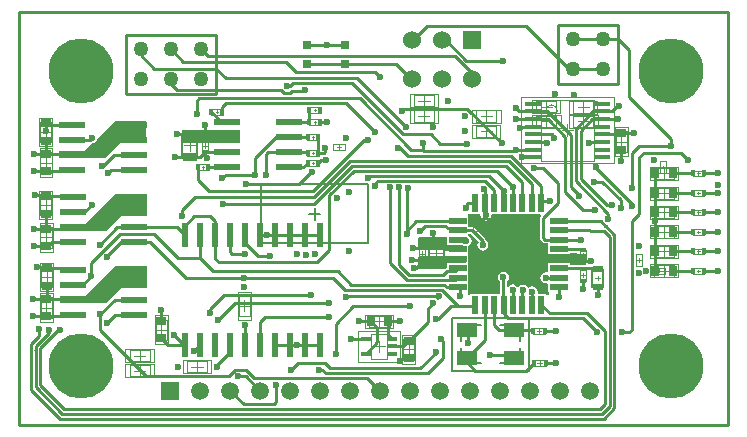
<source format=gtl>
G04*
G04 #@! TF.GenerationSoftware,Altium Limited,Altium Designer,18.0.12 (696)*
G04*
G04 Layer_Physical_Order=1*
G04 Layer_Color=255*
%FSLAX44Y44*%
%MOMM*%
G71*
G01*
G75*
%ADD14C,0.2540*%
%ADD15C,0.2000*%
%ADD19C,0.1270*%
%ADD20C,0.1000*%
%ADD21C,0.0500*%
%ADD22R,1.3000X0.8000*%
%ADD23R,0.6000X0.4500*%
%ADD24R,0.4000X0.6000*%
%ADD25R,1.8000X1.2000*%
%ADD26R,2.2000X0.6000*%
%ADD27R,0.7000X0.9000*%
%ADD28R,1.5000X0.5500*%
%ADD29R,0.5500X1.5000*%
%ADD30R,0.9000X0.5000*%
%ADD31R,0.4500X0.6000*%
%ADD32R,0.9000X0.8000*%
%ADD33R,0.8000X0.9000*%
%ADD34R,0.9000X0.7000*%
%ADD35R,0.8500X0.4000*%
%ADD36R,1.4000X0.4500*%
%ADD37R,0.7000X0.7500*%
%ADD38R,0.6000X2.0000*%
%ADD59R,1.5000X1.5000*%
%ADD60C,1.5000*%
%ADD61C,1.2700*%
%ADD62C,1.5240*%
%ADD63R,1.5240X1.5240*%
%ADD64C,5.5000*%
%ADD65C,0.6000*%
G36*
X233180Y253840D02*
X222198D01*
Y258759D01*
X233180D01*
Y253840D01*
D02*
G37*
G36*
X182180D02*
X171085D01*
Y258806D01*
X182180D01*
Y253840D01*
D02*
G37*
G36*
X50704Y251804D02*
X39609D01*
Y256770D01*
X50704D01*
Y251804D01*
D02*
G37*
G36*
X233180Y241140D02*
X222216D01*
Y246056D01*
X233180D01*
Y241140D01*
D02*
G37*
G36*
X50704Y239104D02*
X39620D01*
Y244028D01*
X50704D01*
Y239104D01*
D02*
G37*
G36*
X186944Y238817D02*
X138821Y238761D01*
X137922Y239659D01*
Y249936D01*
X138027Y250190D01*
X186944D01*
Y238817D01*
D02*
G37*
G36*
X233180Y228440D02*
X222227D01*
Y233331D01*
X233180D01*
Y228440D01*
D02*
G37*
G36*
X182180D02*
X171150D01*
Y233336D01*
X182180D01*
Y228440D01*
D02*
G37*
G36*
X101704Y226404D02*
X90751D01*
Y231295D01*
X101704D01*
Y226404D01*
D02*
G37*
G36*
X107696Y257048D02*
Y238760D01*
X85852D01*
X72898Y225806D01*
X33782D01*
Y231648D01*
X55118D01*
X62051Y238581D01*
X63233Y238817D01*
X64730Y239816D01*
X65729Y241313D01*
X65965Y242495D01*
X80772Y257302D01*
X107442D01*
X107696Y257048D01*
D02*
G37*
G36*
X233180Y215740D02*
X222219D01*
Y220607D01*
X233180D01*
Y215740D01*
D02*
G37*
G36*
X182180D02*
X171150D01*
Y220624D01*
X182180D01*
Y215740D01*
D02*
G37*
G36*
X101704Y213704D02*
X90743D01*
Y218571D01*
X101704D01*
Y213704D01*
D02*
G37*
G36*
X50704D02*
X39674D01*
Y218588D01*
X50704D01*
Y213704D01*
D02*
G37*
G36*
X51212Y190336D02*
X40117D01*
Y195302D01*
X51212D01*
Y190336D01*
D02*
G37*
G36*
Y177636D02*
X40128D01*
Y182560D01*
X51212D01*
Y177636D01*
D02*
G37*
G36*
X441547Y177135D02*
X441395Y176983D01*
X440778Y176059D01*
X440561Y174968D01*
X440561Y174968D01*
Y158553D01*
X440561Y158553D01*
X440778Y157462D01*
X441395Y156538D01*
X443168Y154766D01*
X443168Y154766D01*
X444092Y154148D01*
X445182Y153931D01*
X445182Y153931D01*
X447996D01*
Y144506D01*
X466044D01*
Y144780D01*
Y145931D01*
X472412D01*
Y144780D01*
Y144736D01*
X480060D01*
Y135890D01*
X466044D01*
Y136472D01*
Y137054D01*
X447996D01*
Y130133D01*
X447972Y130084D01*
X446726Y129189D01*
X445704Y129393D01*
X443939Y129042D01*
X442442Y128042D01*
X441442Y126545D01*
X441091Y124780D01*
X441442Y123015D01*
X442442Y121518D01*
X443939Y120519D01*
X445704Y120167D01*
X446726Y120371D01*
X447972Y119476D01*
X447996Y119427D01*
Y112506D01*
X448578D01*
Y110661D01*
X448153Y110236D01*
X446294D01*
Y110804D01*
X439855D01*
X438813Y112074D01*
X438953Y112776D01*
X438601Y114541D01*
X437602Y116038D01*
X436105Y117037D01*
X434340Y117389D01*
X432575Y117037D01*
X432000Y116653D01*
X431035Y116096D01*
X430372Y116977D01*
X429982Y117562D01*
X428485Y118561D01*
X426720Y118913D01*
X424955Y118561D01*
X423458Y117562D01*
X422959Y116814D01*
X421448Y116840D01*
X420889Y117677D01*
X419392Y118677D01*
X417627Y119028D01*
X415862Y118677D01*
X414366Y117677D01*
X414075Y117241D01*
X412805Y117627D01*
Y121685D01*
X413218Y121960D01*
X414217Y123457D01*
X414569Y125222D01*
X414217Y126987D01*
X413218Y128484D01*
X411721Y129483D01*
X409956Y129835D01*
X408191Y129483D01*
X406694Y128484D01*
X405695Y126987D01*
X405343Y125222D01*
X405695Y123457D01*
X406694Y121960D01*
X407107Y121685D01*
Y110804D01*
X381746D01*
Y110236D01*
X379730D01*
Y112506D01*
X380044D01*
Y120506D01*
Y128506D01*
Y137054D01*
X379730D01*
Y144506D01*
X380044D01*
Y151748D01*
X380270Y151792D01*
X381766Y152792D01*
X382766Y154289D01*
X383117Y156054D01*
X382766Y157819D01*
X381766Y159316D01*
X380270Y160315D01*
X380044Y160360D01*
Y161931D01*
X382426D01*
X388979Y155378D01*
X388168Y154165D01*
X387817Y152400D01*
X388168Y150635D01*
X389168Y149138D01*
X390665Y148139D01*
X392430Y147787D01*
X394195Y148139D01*
X395692Y149138D01*
X396692Y150635D01*
X397043Y152400D01*
X396692Y154165D01*
X395692Y155662D01*
X395279Y155938D01*
Y155956D01*
X395279Y155956D01*
X395062Y157046D01*
X394444Y157970D01*
X394444Y157970D01*
X385620Y166794D01*
X384696Y167412D01*
X383606Y167629D01*
X383606Y167629D01*
X380044D01*
Y177054D01*
X380044D01*
X380083Y178308D01*
X389732D01*
X390357Y177546D01*
X390709Y175781D01*
X391708Y174284D01*
X393205Y173284D01*
X394970Y172933D01*
X396735Y173284D01*
X398232Y174284D01*
X399231Y175781D01*
X399583Y177546D01*
X400208Y178308D01*
X441061D01*
X441547Y177135D01*
D02*
G37*
G36*
X102212Y164936D02*
X91259D01*
Y169827D01*
X102212D01*
Y164936D01*
D02*
G37*
G36*
X108204Y195646D02*
Y177358D01*
X86360D01*
X73406Y164404D01*
X34290D01*
Y170246D01*
X55626D01*
X81280Y195900D01*
X107950D01*
X108204Y195646D01*
D02*
G37*
G36*
X102212Y152236D02*
X91251D01*
Y157103D01*
X102212D01*
Y152236D01*
D02*
G37*
G36*
X51212D02*
X40182D01*
Y157120D01*
X51212D01*
Y152236D01*
D02*
G37*
G36*
X346456Y159004D02*
X361996D01*
Y152506D01*
X375672D01*
X376740Y151792D01*
X377743Y151593D01*
X378206Y151130D01*
Y148139D01*
X337877D01*
X337820Y148162D01*
Y158347D01*
X338731Y159231D01*
X346456Y159004D01*
D02*
G37*
G36*
X378460Y137054D02*
X361996D01*
Y133100D01*
X361273Y132956D01*
X360348Y132338D01*
X360348Y132338D01*
X360344Y132334D01*
X337820D01*
X337820Y141986D01*
X338985Y143256D01*
X378460D01*
Y137054D01*
D02*
G37*
G36*
X51356Y129204D02*
X40261D01*
Y134170D01*
X51356D01*
Y129204D01*
D02*
G37*
G36*
Y116504D02*
X40272D01*
Y121428D01*
X51356D01*
Y116504D01*
D02*
G37*
G36*
X102356Y103804D02*
X91403D01*
Y108695D01*
X102356D01*
Y103804D01*
D02*
G37*
G36*
X108204Y134278D02*
Y115990D01*
X86360D01*
X73406Y103036D01*
X34290D01*
Y108878D01*
X55626D01*
X81280Y134532D01*
X107950D01*
X108204Y134278D01*
D02*
G37*
G36*
X102356Y91104D02*
X91395D01*
Y95971D01*
X102356D01*
Y91104D01*
D02*
G37*
G36*
X51356D02*
X40326D01*
Y95988D01*
X51356D01*
Y91104D01*
D02*
G37*
D14*
X292195Y241554D02*
X294894D01*
X248761Y198120D02*
X292195Y241554D01*
X246806Y214472D02*
X247820D01*
X262382Y148270D02*
Y194405D01*
X283273Y215296D01*
X249682Y187452D02*
X281590Y219360D01*
X249682Y193294D02*
X279812Y223424D01*
X283273Y215296D02*
X404464D01*
X281590Y219360D02*
X412338D01*
X279812Y223424D02*
X414878D01*
X160274Y198120D02*
X248761D01*
X203708Y160818D02*
X210094D01*
X216408D01*
X371742Y101018D02*
X386274D01*
X97358Y155935D02*
X108017Y154686D01*
X86106D02*
X97062Y155970D01*
X97358Y155935D01*
X425128Y226754D02*
X434602D01*
X360991Y168608D02*
X362363Y167236D01*
X339344Y164338D02*
X343614Y168608D01*
X360991D01*
X350520Y157836D02*
Y162814D01*
Y157836D02*
X353060Y155296D01*
X152496Y277114D02*
X152702Y276908D01*
X150114Y274732D02*
X152496Y277114D01*
X288242Y276908D02*
X331896Y233254D01*
X276860Y272796D02*
X301244Y248412D01*
X175006Y272796D02*
X276860D01*
X171632Y269422D02*
X175006Y272796D01*
X221878Y283516D02*
X224422Y280972D01*
X301168Y298704D02*
X304978Y294894D01*
X234696Y298704D02*
X301168D01*
X225806Y307594D02*
X234696Y298704D01*
X138556Y307594D02*
X225806D01*
X174752Y293624D02*
X286258D01*
X166572Y301804D02*
X174752Y293624D01*
X114248Y301804D02*
X166572D01*
X102690Y313362D02*
X114248Y301804D01*
X128090Y318060D02*
X138556Y307594D01*
X128090Y288724D02*
Y292660D01*
Y288724D02*
X133298Y283516D01*
X221878D01*
X224422Y280972D02*
X229222D01*
X230952Y282702D01*
X240792D01*
X241808Y283718D01*
X152702Y276908D02*
X288242D01*
X150114Y263652D02*
Y274732D01*
X226822Y286766D02*
X229362D01*
X232156Y289560D01*
X281337D01*
X324771Y246126D01*
X286258Y293624D02*
X327660Y252222D01*
X240360Y218190D02*
X244166Y221996D01*
X228180Y218190D02*
X240360D01*
X236804Y204470D02*
X246806Y214472D01*
X327992Y164670D02*
Y198744D01*
Y162130D02*
Y164670D01*
X327660Y199076D02*
X327992Y198744D01*
Y164670D02*
X336296Y172974D01*
X269494Y130302D02*
X281178Y118618D01*
X163830Y130302D02*
X269494D01*
X152908Y141224D02*
X163830Y130302D01*
X265701Y124460D02*
X275607Y114554D01*
X352740D01*
X110744Y154686D02*
X140970Y124460D01*
X190246D01*
X265701D01*
X171632Y265430D02*
Y269422D01*
X132080Y226822D02*
X143866D01*
X144272Y227228D01*
X323850Y265938D02*
X325628Y267716D01*
X379288D01*
X408432Y238572D01*
Y238563D02*
Y238572D01*
X348469Y246126D02*
X356597Y237998D01*
X324771Y246126D02*
X348469D01*
X341884Y233254D02*
Y238506D01*
X356597Y237998D02*
X379476D01*
X320802Y234442D02*
X322072D01*
X342934Y232204D02*
X419746D01*
X329026Y227488D02*
X416561D01*
X412338Y219360D02*
X426020Y205678D01*
X404464Y215296D02*
X418020Y201740D01*
X397581Y211026D02*
X410020Y198587D01*
X296878Y211026D02*
X397581D01*
X425128Y226754D02*
X425314Y226568D01*
X421592Y216710D02*
X434020Y204282D01*
X421231Y216710D02*
X421592D01*
X415456Y222485D02*
X421231Y216710D01*
X415456Y222485D02*
Y222846D01*
X414878Y223424D02*
X415456Y222846D01*
X423275Y220774D02*
X442020Y202029D01*
X422914Y220774D02*
X423275D01*
X419520Y224168D02*
X422914Y220774D01*
X419520Y224168D02*
Y224529D01*
X416561Y227488D02*
X419520Y224529D01*
X393293Y199644D02*
Y200883D01*
Y199644D02*
X394020Y198917D01*
X303736Y206962D02*
X394169D01*
X301498Y204724D02*
X303736Y206962D01*
X394169D02*
X402020Y199111D01*
X560070Y230632D02*
X566166Y224536D01*
X528545Y230632D02*
X560070D01*
X525018Y227105D02*
X528545Y230632D01*
X525018Y236474D02*
X552196D01*
X518716Y230172D02*
X525018Y236474D01*
Y179082D02*
Y227105D01*
X518716Y172780D02*
X525018Y179082D01*
X518716Y200406D02*
Y230172D01*
X509644Y223909D02*
Y233008D01*
X346456Y44196D02*
X358902Y56642D01*
X259334Y44196D02*
X346456D01*
X358902Y56642D02*
Y71120D01*
X256540Y46990D02*
X259334Y44196D01*
X263464Y48260D02*
X339598D01*
X258940Y52784D02*
X263464Y48260D01*
X339598D02*
X352552Y61214D01*
X322580Y54102D02*
X324986Y56508D01*
X329692D01*
X292892Y72644D02*
X293296Y73048D01*
X281178Y72644D02*
X292892D01*
X207772Y91694D02*
X262128D01*
X203708Y87630D02*
X207772Y91694D01*
X203708Y67818D02*
Y87630D01*
X287274Y87884D02*
X297800D01*
X311800D02*
X322072D01*
X168862Y137716D02*
X251828D01*
X165608Y140970D02*
X168862Y137716D01*
X201930Y143510D02*
X212503D01*
X191008Y154432D02*
X201930Y143510D01*
X244162Y230890D02*
X244674Y230378D01*
X203672Y160782D02*
X203708Y160818D01*
X251828Y137716D02*
X262382Y148270D01*
X165608Y140970D02*
Y160818D01*
X172974Y187452D02*
X249682D01*
X148590Y193294D02*
X249682D01*
X172720Y187198D02*
X172974Y187452D01*
X235204Y67818D02*
X241808D01*
X229108D02*
X235204D01*
X241808D02*
X254508D01*
X216408D02*
X229108D01*
X178800Y28851D02*
X190030Y17621D01*
X215233D01*
X477618Y139192D02*
X483870D01*
X476936Y138510D02*
X477618Y139192D01*
X457084Y132716D02*
X486350D01*
X457020Y132780D02*
X457084Y132716D01*
X486414Y132780D02*
X488737D01*
X486350Y132716D02*
X486414Y132780D01*
X477520Y115014D02*
Y122000D01*
X489557Y110137D02*
Y116960D01*
X332660Y140034D02*
X340868D01*
X339242Y136296D02*
X353060D01*
X333919Y132751D02*
X335697D01*
X369133Y122893D02*
X371020Y124780D01*
X313690Y137299D02*
X328095Y122893D01*
X358996Y126957D02*
X362363Y130324D01*
X321310Y135426D02*
X329779Y126957D01*
X358996D01*
X328095Y122893D02*
X369133D01*
X335697Y132751D02*
X339242Y136296D01*
X359683Y118824D02*
X361727Y116780D01*
X351263Y118824D02*
X359683D01*
X351057Y118618D02*
X351263Y118824D01*
X281178Y118618D02*
X351057D01*
X358000Y114760D02*
X371742Y101018D01*
X352946Y114760D02*
X358000D01*
X352740Y114554D02*
X352946Y114760D01*
X361727Y116780D02*
X371020D01*
X333074Y150034D02*
X340868D01*
X368564Y167236D02*
X371020Y164780D01*
X362363Y167236D02*
X368564D01*
X336296Y172974D02*
X370826D01*
X371020Y172780D01*
X171772Y256290D02*
X176180D01*
X162632Y265430D02*
X171772Y256290D01*
X157368Y241474D02*
Y254366D01*
X150996Y207398D02*
Y218190D01*
X159996D02*
X176180D01*
X153122Y227228D02*
X157368Y231474D01*
X158242Y225806D02*
X158750D01*
X157368Y226680D02*
X158242Y225806D01*
X157368Y226680D02*
Y231474D01*
X133630Y246228D02*
X144272D01*
X102690Y313362D02*
Y318060D01*
X331896Y233254D02*
X341884D01*
X322072Y234442D02*
X329026Y227488D01*
X321310Y135426D02*
Y201168D01*
X328930Y200346D02*
Y200914D01*
X313690Y137299D02*
Y201168D01*
X327660Y199076D02*
X328930Y200346D01*
X378365Y308610D02*
X409835D01*
X361855Y325120D02*
X378365Y308610D01*
X171958Y208781D02*
X175013Y211836D01*
X199898D01*
X137668Y182372D02*
X148590Y193294D01*
X191770Y204470D02*
X236804D01*
X150996Y207398D02*
X160274Y198120D01*
X199898Y226314D02*
X217174Y243590D01*
X199898Y211836D02*
Y226314D01*
X209042Y211582D02*
Y229362D01*
X394340Y177546D02*
X394970D01*
X410020Y187780D02*
Y198587D01*
X436118Y217932D02*
X442992D01*
X418020Y187780D02*
Y201740D01*
X282926Y100584D02*
X330454D01*
X268224Y85882D02*
X282926Y100584D01*
X268224Y59944D02*
Y85882D01*
X217424Y19812D02*
Y33782D01*
X229870Y46482D02*
X236172Y52784D01*
X258940D01*
X294519Y40132D02*
X305800Y28851D01*
X191856Y46942D02*
X198666Y40132D01*
X294519D01*
X368564Y130324D02*
X371020Y132780D01*
X362363Y130324D02*
X368564D01*
X253746Y46990D02*
X256540D01*
X301498Y202692D02*
Y204724D01*
X295354Y209502D02*
X296878Y211026D01*
X419746Y232204D02*
X420796Y233254D01*
X341884D02*
X342934Y232204D01*
X173736Y110236D02*
X247142D01*
X161798Y98298D02*
X173736Y110236D01*
X182626Y103378D02*
X262128D01*
X167894Y88646D02*
X182626Y103378D01*
X161798Y95250D02*
Y98298D01*
X147574Y62484D02*
X147828D01*
X255198Y224028D02*
X259588D01*
X253166Y221996D02*
X255198Y224028D01*
X257998Y230378D02*
X258826Y231206D01*
X253166Y230378D02*
X257998D01*
X258826Y231206D02*
Y234950D01*
X210570Y230890D02*
X228180D01*
X209042Y229362D02*
X210570Y230890D01*
X217174Y243590D02*
X228180D01*
X134366Y141224D02*
X152908D01*
X114046Y161544D02*
X134366Y141224D01*
X152908D02*
Y160818D01*
X244162Y243590D02*
X244166Y243586D01*
X228180Y243590D02*
X244162D01*
X228180Y230890D02*
X244162D01*
X402020Y187780D02*
Y199111D01*
X394020Y187780D02*
Y198917D01*
X191008Y154432D02*
Y160818D01*
X253166Y230378D02*
Y243586D01*
X215233Y17621D02*
X217424Y19812D01*
X340868Y150034D02*
X346130Y155296D01*
X353060D01*
Y136296D02*
X357544Y140780D01*
X371020D01*
X353060Y155296D02*
X359576Y148780D01*
X371020D01*
X509270Y183642D02*
Y190448D01*
X493724Y205994D02*
X509270Y190448D01*
X486410Y205994D02*
X493724D01*
X488696Y217583D02*
Y218186D01*
Y217583D02*
X518922Y187357D01*
Y185420D02*
Y187357D01*
X497557Y185928D02*
X501598D01*
X471170Y206568D02*
X498703Y179035D01*
X477200Y182118D02*
X487426D01*
X518716Y80820D02*
Y172780D01*
X137668Y177292D02*
Y182372D01*
X345694Y98298D02*
X350520Y103124D01*
X348488D02*
X350520D01*
X352806Y90170D02*
X354886D01*
X345694Y87510D02*
Y98298D01*
X329692Y71508D02*
X345694Y87510D01*
X357378Y72644D02*
X358902Y71120D01*
X354886Y90170D02*
X365734Y101018D01*
X353888Y107950D02*
X354330D01*
X355346Y108966D01*
X365734Y101018D02*
X371742D01*
X85410Y161544D02*
X114046D01*
X108017Y154686D02*
X110744D01*
X178308Y146558D02*
Y160818D01*
Y146558D02*
X180340Y144526D01*
X191262D01*
X445284Y239754D02*
X446532Y238506D01*
X434602Y239754D02*
X445284D01*
X452882Y242824D02*
Y244112D01*
X434602Y246254D02*
X450740D01*
X452882Y244112D01*
X371020Y116780D02*
X373126Y114674D01*
Y108966D02*
Y114674D01*
X277320Y108918D02*
X352920D01*
X276606Y108204D02*
X277320Y108918D01*
X352920D02*
X353888Y107950D01*
X165608Y160818D02*
Y172720D01*
X161544Y176784D02*
X165608Y172720D01*
X148320Y176784D02*
X161544D01*
X140208Y168672D02*
X148320Y176784D01*
X140208Y160818D02*
Y168672D01*
X254690Y256290D02*
X260600D01*
X245690D02*
Y266700D01*
X228180Y256290D02*
X245690D01*
X332486Y325120D02*
X345440Y338074D01*
X465582Y301244D02*
X468630D01*
X428752Y338074D02*
X465582Y301244D01*
X345440Y338074D02*
X428752D01*
X494030Y326644D02*
X506984D01*
X516128Y317500D01*
Y278004D02*
Y317500D01*
Y278004D02*
X552196Y241936D01*
Y236474D02*
Y241936D01*
X468630Y326644D02*
X494030D01*
X153490Y318060D02*
X159384Y312166D01*
X383286Y292100D02*
Y297942D01*
X159384Y312166D02*
X369062D01*
X144272Y227228D02*
X153122D01*
X152614Y246228D02*
X157368Y241474D01*
X144272Y246228D02*
X152614D01*
X157368Y241474D02*
X159484Y243590D01*
X176180D01*
X157368Y231474D02*
X157952Y230890D01*
X176180D01*
X125945Y67818D02*
X139700D01*
X140208D01*
X131064Y76454D02*
X139700Y67818D01*
X241808Y160818D02*
X254508D01*
X229108D02*
X241808D01*
X216408D02*
X229108D01*
X133701Y167325D02*
X140208Y160818D01*
X130556Y167325D02*
X133701D01*
X130495Y167386D02*
X130556Y167325D01*
X97212Y167386D02*
X130495D01*
X68072Y152400D02*
X83058Y167386D01*
X97212D01*
X147574Y62484D02*
X152908Y67818D01*
X178308Y61930D02*
Y67818D01*
X167640Y51262D02*
X178308Y61930D01*
X167640Y49530D02*
Y51262D01*
X106934Y41656D02*
X177771D01*
X179626Y43510D01*
Y43548D01*
X183020Y46942D01*
X191856D01*
X68120Y80470D02*
X106934Y41656D01*
X185420Y41148D02*
X191903D01*
X204200Y28851D01*
X297800Y87884D02*
X303276Y82408D01*
Y70028D02*
Y82408D01*
X293296Y60048D02*
X303276Y70028D01*
X120396Y88367D02*
Y97536D01*
Y73367D02*
X125945Y67818D01*
X191008Y84582D02*
Y85097D01*
Y67818D02*
Y84582D01*
X311800Y77044D02*
X315796Y73048D01*
X311800Y77044D02*
Y87884D01*
X324732Y66548D02*
X329692Y71508D01*
X315796Y66548D02*
X324732D01*
X443410Y158553D02*
Y174968D01*
Y158553D02*
X445182Y156780D01*
X457020D01*
X394020Y177226D02*
Y187780D01*
X378206Y183896D02*
Y186436D01*
X379550Y187780D01*
X394020Y177226D02*
X394340Y177546D01*
X510464Y78410D02*
X516306D01*
X518716Y80820D01*
X443978Y189738D02*
X449160D01*
X442020Y187780D02*
X443978Y189738D01*
X442020Y187780D02*
Y202029D01*
X462280Y197038D02*
Y244280D01*
Y197038D02*
X477200Y182118D01*
X473710Y193802D02*
Y194818D01*
X467106Y201422D02*
X473710Y194818D01*
X475234Y208251D02*
X497557Y185928D01*
X475680Y156780D02*
X475996Y156464D01*
X457020Y156780D02*
X475680D01*
X420796Y233254D02*
X434602D01*
X442992Y217932D02*
X456184Y204740D01*
Y187743D02*
Y204740D01*
X443410Y174968D02*
X456184Y187743D01*
X488737Y132780D02*
X489557Y131960D01*
X494744Y164640D02*
X499872Y159512D01*
X483225Y164640D02*
X494744D01*
X483085Y164780D02*
X483225Y164640D01*
X496427Y168704D02*
X503936Y161195D01*
X496303Y168704D02*
X496427D01*
X492227Y172780D02*
X496303Y168704D01*
X457020Y164780D02*
X483085D01*
X457020Y172780D02*
X492227D01*
X509644Y247008D02*
X520566D01*
X591820Y180010D02*
X592252D01*
X579480D02*
X591820D01*
X379550Y187780D02*
X386020D01*
X371746Y156054D02*
X378505D01*
X371020Y156780D02*
X371746Y156054D01*
X392430Y152400D02*
Y155956D01*
X383606Y164780D02*
X392430Y155956D01*
X371020Y164780D02*
X383606D01*
X468630Y301244D02*
X494030D01*
X579480Y130480D02*
X590370D01*
X579480Y146990D02*
X591160D01*
X579480Y163500D02*
X591490D01*
X579726Y196124D02*
X590624D01*
X579480Y196370D02*
X579726Y196124D01*
X579480Y213030D02*
X589280D01*
X538150Y163500D02*
Y180010D01*
Y196370D01*
Y146990D02*
Y163500D01*
Y130480D02*
Y146990D01*
Y196370D02*
Y213030D01*
X570480Y130480D02*
X570480Y130480D01*
X553150Y130480D02*
X570480D01*
Y146990D02*
X570480Y146990D01*
X553150Y146990D02*
X570480D01*
X553150Y163500D02*
X570480D01*
X570480Y180010D02*
X570480Y180010D01*
X553150Y180010D02*
X570480D01*
Y196370D02*
X570480Y196370D01*
X553150Y196370D02*
X570480D01*
Y213030D02*
X570480Y213030D01*
X553150Y213030D02*
X570480D01*
X474666Y140780D02*
X476936Y138510D01*
X457020Y140780D02*
X474666D01*
X476666Y148780D02*
X476936Y148510D01*
X457020Y148780D02*
X476666D01*
X406537Y80580D02*
X418780D01*
X402020Y85097D02*
X406537Y80580D01*
X402020Y85097D02*
Y101780D01*
X378780Y56580D02*
X394020Y71820D01*
Y101780D01*
X445690Y52784D02*
X454660D01*
X444968Y80010D02*
X454660D01*
X414845Y60515D02*
X418780Y56580D01*
X414020Y59690D02*
X414845Y60515D01*
X398282Y59690D02*
X414020D01*
X386214Y45736D02*
X428642D01*
X378780Y53170D02*
X386214Y45736D01*
X378780Y53170D02*
Y56580D01*
X428642Y45736D02*
X435690Y52784D01*
X378780Y80580D02*
X379730Y79630D01*
Y69850D02*
Y79630D01*
X434398Y80580D02*
X434968Y80010D01*
X418780Y80580D02*
X434398D01*
X22403Y254480D02*
X40668D01*
X38259Y13557D02*
X491303D01*
X17898Y33918D02*
X38259Y13557D01*
X36387Y9493D02*
X492986D01*
X13834Y32045D02*
X36387Y9493D01*
X34064Y5429D02*
X495301D01*
X9770Y29723D02*
X34064Y5429D01*
X9770Y29723D02*
Y61388D01*
X491303Y13557D02*
X495808Y18062D01*
Y79746D01*
X499872Y16379D02*
Y159512D01*
X492986Y9493D02*
X499872Y16379D01*
X503936Y14064D02*
Y161195D01*
X495301Y5429D02*
X503936Y14064D01*
X357886Y325120D02*
X361855D01*
X369062Y312166D02*
X383286Y297942D01*
X319026Y305560D02*
X332486Y292100D01*
X275842Y305560D02*
X319026D01*
X508890Y246254D02*
X509644Y247008D01*
X493602Y246254D02*
X508890D01*
X423672Y251206D02*
X425220Y252754D01*
X434602D01*
X505968Y269748D02*
X507746D01*
X501974Y265754D02*
X505968Y269748D01*
X352552Y61214D02*
Y62230D01*
X408686Y146050D02*
X408940D01*
X407924Y145288D02*
X408686Y146050D01*
X74676Y143256D02*
X86106Y154686D01*
X74676Y142494D02*
Y143256D01*
X60960Y137094D02*
X85410Y161544D01*
X60960Y125984D02*
Y137094D01*
X471170Y206568D02*
Y250952D01*
X475234Y208251D02*
Y249269D01*
X498703Y174498D02*
Y179035D01*
X260350Y322060D02*
X275842D01*
X243842D02*
X260350D01*
X243842Y305560D02*
X275842D01*
X445704Y124780D02*
X457020D01*
X467106Y201422D02*
Y245201D01*
X434602Y265754D02*
X446553D01*
X434776Y259080D02*
X447480D01*
X462280Y244280D01*
X446553Y265754D02*
X467106Y245201D01*
X434521Y259334D02*
X434602Y259254D01*
X420624Y259334D02*
X434521D01*
X420370Y268224D02*
X422840Y265754D01*
X434602D01*
X493602Y259254D02*
X494030Y258826D01*
X507238D01*
X493602Y265754D02*
X501974D01*
X482346Y239014D02*
X483086Y239754D01*
X475234Y249269D02*
X485219Y259254D01*
X471170Y250952D02*
X485972Y265754D01*
X483086Y239754D02*
X493602D01*
X426020Y187780D02*
Y205678D01*
X485219Y259254D02*
X493602D01*
X485972Y265754D02*
X493602D01*
X434602Y259254D02*
X434776Y259080D01*
X409956Y101844D02*
Y125222D01*
Y101844D02*
X410020Y101780D01*
X417627Y102173D02*
Y114415D01*
X426020Y113600D02*
X426720Y114300D01*
X434340Y102100D02*
Y112776D01*
X68120Y80470D02*
Y93520D01*
X68580Y93980D01*
X434020Y187780D02*
Y204282D01*
X80518Y228854D02*
X96704D01*
X70612Y218948D02*
X80518Y228854D01*
X70104Y218948D02*
X70612D01*
X80854Y106254D02*
X97356D01*
X68580Y93980D02*
X80854Y106254D01*
X75184Y213360D02*
X77978Y216154D01*
X96704D01*
X73914Y86360D02*
X81108Y93554D01*
X97356D01*
X44704Y241554D02*
X59944D01*
X61468Y243078D01*
X55118Y180086D02*
X61468Y186436D01*
X45356Y118954D02*
X53930D01*
X60960Y125984D01*
X45212Y180086D02*
X55118D01*
X22352Y248666D02*
Y255445D01*
X22403Y255496D01*
X9652Y61506D02*
Y68645D01*
X16764Y75757D02*
Y81026D01*
X9652Y68645D02*
X16764Y75757D01*
X24892Y78137D02*
Y80867D01*
X13834Y67079D02*
X24892Y78137D01*
X13834Y63308D02*
Y67079D01*
X13716Y63190D02*
X13834Y63308D01*
X33162Y80660D02*
X34290D01*
X17898Y65396D02*
X33162Y80660D01*
X21198Y194629D02*
X22198Y193629D01*
X13462Y194629D02*
X21198D01*
X21965Y134170D02*
X23159Y132976D01*
X14808Y134170D02*
X21965D01*
X9652Y61506D02*
X9770Y61388D01*
X17898Y33918D02*
Y65396D01*
X44034Y132976D02*
X45356Y131654D01*
X23159Y132976D02*
X44034D01*
X44369Y193629D02*
X45212Y192786D01*
X22198Y193629D02*
X44369D01*
X40668Y254480D02*
X40894Y254254D01*
X449058Y94742D02*
X480812D01*
X495808Y79746D01*
X442020Y101780D02*
X449058Y94742D01*
X13716Y63190D02*
X13834Y63072D01*
Y32045D02*
Y63072D01*
X12642Y215196D02*
X22606D01*
X12056Y229196D02*
X22606D01*
X12476Y151964D02*
X22650D01*
X27940Y154686D02*
X45212D01*
X25218Y151964D02*
X27940Y154686D01*
X22650Y151964D02*
X25218D01*
X12294Y165964D02*
X22650D01*
X11908Y92426D02*
X22980D01*
X11938Y106426D02*
X22980D01*
X22403Y240496D02*
X22606Y240293D01*
Y229196D02*
Y240293D01*
X43746Y215196D02*
X44704Y216154D01*
X22606Y215196D02*
X43746D01*
X44362Y229196D02*
X44704Y228854D01*
X22606Y229196D02*
X44362D01*
X43790Y165964D02*
X45212Y167386D01*
X22650Y165964D02*
X43790D01*
X22650D02*
Y178177D01*
X22198Y178629D02*
X22650Y178177D01*
X44228Y92426D02*
X45356Y93554D01*
X22980Y92426D02*
X44228D01*
X45184Y106426D02*
X45356Y106254D01*
X22980Y106426D02*
X45184D01*
X22980D02*
X23159Y106605D01*
Y117976D01*
X476936Y90424D02*
X488950Y78410D01*
X413894Y90424D02*
X476936D01*
X410020Y94298D02*
X413894Y90424D01*
X410020Y94298D02*
Y101780D01*
X457020Y108278D02*
Y116780D01*
X434020Y101780D02*
X434340Y102100D01*
X426020Y101780D02*
Y113600D01*
X417627Y102173D02*
X418020Y101780D01*
X166190Y280468D02*
Y330252D01*
X89990D02*
X166190D01*
X89990Y280468D02*
Y330252D01*
Y280468D02*
X166190D01*
X455930Y338836D02*
X506730D01*
Y289052D02*
Y338836D01*
X455930Y289052D02*
X506730D01*
X455930D02*
Y338836D01*
X0Y0D02*
X600000D01*
X0D02*
Y350000D01*
X600000D01*
Y0D02*
Y350000D01*
D15*
X346810Y135796D02*
X359310D01*
Y155796D01*
X346810D02*
X359310D01*
X346810Y135796D02*
Y155796D01*
X205000Y153900D02*
X225000D01*
X205000D02*
Y203900D01*
X295000D01*
Y153900D02*
Y203900D01*
X225000Y153900D02*
X295000D01*
X150522Y226728D02*
Y246728D01*
X138022Y226728D02*
X150522D01*
X138022D02*
Y246728D01*
X150522D01*
X485307Y116710D02*
X493807D01*
Y132210D01*
X485307D02*
X493807D01*
X485307Y116710D02*
Y132210D01*
X250000Y173900D02*
Y183900D01*
Y178900D02*
Y183900D01*
X245000Y178900D02*
X250000D01*
X245000D02*
X255000D01*
D19*
X423780Y55580D02*
G03*
X420780Y52580I0J-3000D01*
G01*
X376780D02*
G03*
X373780Y55580I-3000J0D01*
G01*
X420780Y84580D02*
G03*
X423780Y81580I3000J0D01*
G01*
X373780D02*
G03*
X376780Y84580I0J3000D01*
G01*
X366280Y46080D02*
Y91080D01*
X431280D01*
Y46080D02*
Y91080D01*
X366280Y46080D02*
X431280D01*
X423780Y55580D02*
Y65580D01*
X406780Y52580D02*
X420780D01*
X376780D02*
X390780D01*
X373780Y55580D02*
Y65580D01*
X423780Y71580D02*
Y81580D01*
X406780Y84580D02*
X420780D01*
X376780D02*
X390780D01*
X373780Y71580D02*
Y81580D01*
D20*
X455602Y266004D02*
G03*
X455602Y266004I-5000J0D01*
G01*
X338368Y140034D02*
X343368D01*
Y150034D01*
X338368D02*
X343368D01*
X338368Y140034D02*
Y150034D01*
X265764Y237958D02*
X275764D01*
X265764Y232958D02*
Y237958D01*
Y232958D02*
X275764D01*
Y237958D01*
X141618Y44780D02*
Y54280D01*
X159118Y44780D02*
Y54280D01*
X141618Y44780D02*
X159118D01*
X141618Y54280D02*
X159118D01*
X185750Y92518D02*
X195250D01*
X185750Y109518D02*
X195250D01*
Y92518D02*
Y109518D01*
X185750Y92518D02*
Y109518D01*
X522010Y134700D02*
X527010D01*
X522010D02*
Y144700D01*
X527010D01*
Y134700D02*
Y144700D01*
X536274Y128310D02*
Y133310D01*
X546274D01*
Y128310D02*
Y133310D01*
X536274Y128310D02*
X546274D01*
X542850Y213440D02*
X547850D01*
X542850D02*
Y223440D01*
X547850D01*
Y213440D02*
Y223440D01*
X387232Y164749D02*
Y174249D01*
X404232Y164749D02*
Y174249D01*
X387232Y164749D02*
X404232D01*
X387232Y174249D02*
X404232D01*
X245190Y264200D02*
Y269200D01*
Y264200D02*
X255190D01*
Y269200D01*
X245190D02*
X255190D01*
Y253790D02*
Y258790D01*
X245190D02*
X255190D01*
X245190Y253790D02*
Y258790D01*
Y253790D02*
X255190D01*
X253666Y241086D02*
Y246086D01*
X243666D02*
X253666D01*
X243666Y241086D02*
Y246086D01*
Y241086D02*
X253666D01*
Y227878D02*
Y232878D01*
X243666D02*
X253666D01*
X243666Y227878D02*
Y232878D01*
Y227878D02*
X253666D01*
X243666Y219496D02*
Y224496D01*
Y219496D02*
X253666D01*
Y224496D01*
X243666D02*
X253666D01*
X159868Y231474D02*
Y241474D01*
X154868Y231474D02*
X159868D01*
X154868D02*
Y241474D01*
X159868D01*
X150496Y215690D02*
X160496D01*
X150496D02*
Y220690D01*
X160496D01*
Y215690D02*
Y220690D01*
X162132Y267930D02*
X172132D01*
Y262930D02*
Y267930D01*
X162132Y262930D02*
X172132D01*
X162132D02*
Y267930D01*
X569980Y166000D02*
X579980D01*
Y161000D02*
Y166000D01*
X569980Y161000D02*
X579980D01*
X569980D02*
Y166000D01*
Y149490D02*
X579980D01*
Y144490D02*
Y149490D01*
X569980Y144490D02*
X579980D01*
X569980D02*
Y149490D01*
Y132980D02*
X579980D01*
Y127980D02*
Y132980D01*
X569980Y127980D02*
X579980D01*
X569980D02*
Y132980D01*
Y215530D02*
X579980D01*
Y210530D02*
Y215530D01*
X569980Y210530D02*
X579980D01*
X569980D02*
Y215530D01*
Y198870D02*
X579980D01*
Y193870D02*
Y198870D01*
X569980Y193870D02*
X579980D01*
X569980D02*
Y198870D01*
Y182510D02*
X579980D01*
Y177510D02*
Y182510D01*
X569980Y177510D02*
X579980D01*
X569980D02*
Y182510D01*
X537150Y168250D02*
X554150D01*
X537150Y158750D02*
X554150D01*
X537150D02*
Y168250D01*
X554150Y158750D02*
Y168250D01*
X537150Y151740D02*
X554150D01*
X537150Y142240D02*
X554150D01*
X537150D02*
Y151740D01*
X554150Y142240D02*
Y151740D01*
X537150Y135230D02*
X554150D01*
X537150Y125730D02*
X554150D01*
X537150D02*
Y135230D01*
X554150Y125730D02*
Y135230D01*
X537150Y217780D02*
X554150D01*
X537150Y208280D02*
X554150D01*
X537150D02*
Y217780D01*
X554150Y208280D02*
Y217780D01*
X537150Y201120D02*
X554150D01*
X537150Y191620D02*
X554150D01*
X537150D02*
Y201120D01*
X554150Y191620D02*
Y201120D01*
X537150Y184760D02*
X554150D01*
X537150Y175260D02*
X554150D01*
X537150D02*
Y184760D01*
X554150Y175260D02*
Y184760D01*
X475020Y122000D02*
Y132000D01*
X480020D01*
Y122000D02*
Y132000D01*
X475020Y122000D02*
X480020D01*
X474436Y138510D02*
Y148510D01*
X479436D01*
Y138510D02*
Y148510D01*
X474436Y138510D02*
X479436D01*
X434968Y77510D02*
X444968D01*
X434968D02*
Y82510D01*
X444968D01*
Y77510D02*
Y82510D01*
X435690Y50284D02*
X445690D01*
X435690D02*
Y55284D01*
X445690D01*
Y50284D02*
Y55284D01*
X468871Y273990D02*
X485872D01*
X468871Y264490D02*
X485872D01*
Y273990D01*
X468871Y264490D02*
Y273990D01*
X437646Y274244D02*
X454646D01*
X437646Y264744D02*
X454646D01*
Y274244D01*
X437646Y264744D02*
Y274244D01*
X437724Y261939D02*
X454724D01*
X437724Y252439D02*
X454724D01*
Y261939D01*
X437724Y252439D02*
Y261939D01*
X486063Y252298D02*
Y261798D01*
X469063Y252298D02*
Y261798D01*
X486063D01*
X469063Y252298D02*
X486063D01*
X386978Y266370D02*
X403978D01*
X386978Y256870D02*
X403978D01*
Y266370D01*
X386978Y256870D02*
Y266370D01*
X386822Y253550D02*
X403822D01*
X386822Y244050D02*
X403822D01*
Y253550D01*
X386822Y244050D02*
Y253550D01*
X334146Y269824D02*
X351146D01*
X334146Y279324D02*
X351146D01*
X334146Y269824D02*
Y279324D01*
X351146Y269824D02*
Y279324D01*
X333892Y256870D02*
X350892D01*
X333892Y266370D02*
X350892D01*
X333892Y256870D02*
Y266370D01*
X350892Y256870D02*
Y266370D01*
X17856Y213446D02*
Y230946D01*
X27356Y213446D02*
Y230946D01*
X17856Y213446D02*
X27356D01*
X17856Y230946D02*
X27356D01*
X296050Y92634D02*
X313550D01*
X296050Y83134D02*
X313550D01*
X296050D02*
Y92634D01*
X313550Y83134D02*
Y92634D01*
X324942Y55508D02*
Y72508D01*
X334442Y55508D02*
Y72508D01*
X324942Y55508D02*
X334442D01*
X324942Y72508D02*
X334442D01*
X311546Y55798D02*
Y77298D01*
X297546Y55798D02*
Y77298D01*
Y55798D02*
X311546D01*
X297546Y77298D02*
X311546D01*
X125146Y72367D02*
Y89367D01*
X115646Y72367D02*
Y89367D01*
X125146D01*
X115646Y72367D02*
X125146D01*
X514394Y231258D02*
Y248758D01*
X504893Y231258D02*
Y248758D01*
X514394D01*
X504893Y231258D02*
X514394D01*
X441602Y224004D02*
Y275004D01*
X486601Y224004D02*
Y275004D01*
X441602D02*
X486601D01*
X441602Y224004D02*
X486601D01*
X110354Y41462D02*
Y50962D01*
X93354Y41462D02*
Y50962D01*
X110354D01*
X93354Y41462D02*
X110354D01*
Y53924D02*
Y63424D01*
X93354Y53924D02*
Y63424D01*
X110354D01*
X93354Y53924D02*
X110354D01*
X18230Y108176D02*
X27730D01*
X18230Y90676D02*
X27730D01*
Y108176D01*
X18230Y90676D02*
Y108176D01*
X17900Y167714D02*
X27400D01*
X17900Y150214D02*
X27400D01*
Y167714D01*
X17900Y150214D02*
Y167714D01*
X17653Y256496D02*
X27153D01*
X17653Y239496D02*
X27153D01*
Y256496D01*
X17653Y239496D02*
Y256496D01*
X17448Y177629D02*
Y194629D01*
X26948Y177629D02*
Y194629D01*
X17448Y177629D02*
X26948D01*
X17448Y194629D02*
X26948D01*
X18409Y116976D02*
Y133976D01*
X27909Y116976D02*
Y133976D01*
X18409Y116976D02*
X27909D01*
X18409Y133976D02*
X27909D01*
X348060Y145796D02*
X358060D01*
X353060Y140796D02*
Y150796D01*
X340868Y143034D02*
Y147034D01*
X338868Y145034D02*
X342868D01*
X270764Y233458D02*
Y237458D01*
X268764Y235458D02*
X272764D01*
X138368Y44030D02*
Y55030D01*
X162368Y44030D02*
Y55030D01*
X138368Y44030D02*
X162368D01*
X138368Y55030D02*
X162368D01*
X145618Y49530D02*
X155118D01*
X150368Y44780D02*
Y54280D01*
X185000Y89018D02*
X196000D01*
X185000Y113018D02*
X196000D01*
Y89018D02*
Y113018D01*
X185000Y89018D02*
Y113018D01*
X190500Y96268D02*
Y105768D01*
X185750Y101018D02*
X195250D01*
X524510Y137700D02*
Y141700D01*
X522510Y139700D02*
X526510D01*
X383732Y163999D02*
Y174999D01*
X407732Y163999D02*
Y174999D01*
X383732Y163999D02*
X407732D01*
X383732Y174999D02*
X407732D01*
X390982Y169499D02*
X400482D01*
X395732Y164749D02*
Y174249D01*
X155368Y236474D02*
X159368D01*
X157368Y234474D02*
Y238474D01*
X144272Y231728D02*
Y241728D01*
X139272Y236728D02*
X149272D01*
X545650Y158750D02*
Y168250D01*
X540900Y163500D02*
X550400D01*
X533650Y169000D02*
X557650D01*
X533650Y158000D02*
X557650D01*
X533650D02*
Y169000D01*
X557650Y158000D02*
Y169000D01*
X545650Y142240D02*
Y151740D01*
X540900Y146990D02*
X550400D01*
X533650Y152490D02*
X557650D01*
X533650Y141490D02*
X557650D01*
X533650D02*
Y152490D01*
X557650Y141490D02*
Y152490D01*
X545650Y125730D02*
Y135230D01*
X540900Y130480D02*
X550400D01*
X533650Y135980D02*
X557650D01*
X533650Y124980D02*
X557650D01*
X533650D02*
Y135980D01*
X557650Y124980D02*
Y135980D01*
X545650Y208280D02*
Y217780D01*
X540900Y213030D02*
X550400D01*
X533650Y218530D02*
X557650D01*
X533650Y207530D02*
X557650D01*
X533650D02*
Y218530D01*
X557650Y207530D02*
Y218530D01*
X545650Y191620D02*
Y201120D01*
X540900Y196370D02*
X550400D01*
X533650Y201870D02*
X557650D01*
X533650Y190870D02*
X557650D01*
X533650D02*
Y201870D01*
X557650Y190870D02*
Y201870D01*
X545650Y175260D02*
Y184760D01*
X540900Y180010D02*
X550400D01*
X533650Y185510D02*
X557650D01*
X533650Y174510D02*
X557650D01*
X533650D02*
Y185510D01*
X557650Y174510D02*
Y185510D01*
X489557Y122460D02*
Y126460D01*
X487557Y124460D02*
X491557D01*
X475520Y127000D02*
X479520D01*
X477520Y125000D02*
Y129000D01*
X474936Y143510D02*
X478936D01*
X476936Y141510D02*
Y145510D01*
X439968Y78010D02*
Y82010D01*
X437968Y80010D02*
X441968D01*
X440690Y50784D02*
Y54784D01*
X438690Y52784D02*
X442690D01*
X477371Y264490D02*
Y273990D01*
X472621Y269240D02*
X482122D01*
X465372Y274740D02*
X489371D01*
X465372Y263740D02*
X489371D01*
Y274740D01*
X465372Y263740D02*
Y274740D01*
X446147Y264744D02*
Y274244D01*
X441397Y269494D02*
X450896D01*
X434147Y274994D02*
X458147D01*
X434147Y263994D02*
X458147D01*
Y274994D01*
X434147Y263994D02*
Y274994D01*
X446224Y252439D02*
Y261939D01*
X441474Y257189D02*
X450974D01*
X434224Y262689D02*
X458224D01*
X434224Y251689D02*
X458224D01*
Y262689D01*
X434224Y251689D02*
Y262689D01*
X489563Y251548D02*
Y262548D01*
X465564Y251548D02*
Y262548D01*
X489563D01*
X465564Y251548D02*
X489563D01*
X472813Y257048D02*
X482313D01*
X477564Y252298D02*
Y261798D01*
X395478Y256870D02*
Y266370D01*
X390728Y261620D02*
X400228D01*
X383478Y267120D02*
X407478D01*
X383478Y256120D02*
X407478D01*
Y267120D01*
X383478Y256120D02*
Y267120D01*
X395322Y244050D02*
Y253550D01*
X390572Y248800D02*
X400072D01*
X383322Y254300D02*
X407322D01*
X383322Y243300D02*
X407322D01*
Y254300D01*
X383322Y243300D02*
Y254300D01*
X342646Y269824D02*
Y279324D01*
X337896Y274574D02*
X347396D01*
X330646Y269074D02*
X354646D01*
X330646Y280074D02*
X354646D01*
X330646Y269074D02*
Y280074D01*
X354646Y269074D02*
Y280074D01*
X342392Y256870D02*
Y266370D01*
X337642Y261620D02*
X347142D01*
X330392Y256120D02*
X354392D01*
X330392Y267120D02*
X354392D01*
X330392Y256120D02*
Y267120D01*
X354392Y256120D02*
Y267120D01*
X17856Y222196D02*
X27356D01*
X22606Y217446D02*
Y226946D01*
X17106Y210196D02*
Y234196D01*
X28106Y210196D02*
Y234196D01*
X17106Y210196D02*
X28106D01*
X17106Y234196D02*
X28106D01*
X304800Y83134D02*
Y92634D01*
X300050Y87884D02*
X309550D01*
X292800Y93384D02*
X316800D01*
X292800Y82384D02*
X316800D01*
X292800D02*
Y93384D01*
X316800Y82384D02*
Y93384D01*
X324942Y64008D02*
X334442D01*
X329692Y59258D02*
Y68758D01*
X324192Y52008D02*
Y76008D01*
X335192Y52008D02*
Y76008D01*
X324192Y52008D02*
X335192D01*
X324192Y76008D02*
X335192D01*
X299546Y66548D02*
X309546D01*
X304546Y61548D02*
Y71548D01*
X115646Y80867D02*
X125146D01*
X120396Y76117D02*
Y85617D01*
X125896Y68867D02*
Y92867D01*
X114896Y68867D02*
Y92867D01*
X125896D01*
X114896Y68867D02*
X125896D01*
X504893Y240008D02*
X514394D01*
X509644Y235258D02*
Y244758D01*
X515144Y228008D02*
Y252008D01*
X504143Y228008D02*
Y252008D01*
X515144D01*
X504143Y228008D02*
X515144D01*
X459101Y249504D02*
X469102D01*
X464101Y244504D02*
Y254504D01*
X113854Y40712D02*
Y51712D01*
X89854Y40712D02*
Y51712D01*
X113854D01*
X89854Y40712D02*
X113854D01*
X97104Y46212D02*
X106604D01*
X101854Y41462D02*
Y50962D01*
X113854Y53174D02*
Y64174D01*
X89854Y53174D02*
Y64174D01*
X113854D01*
X89854Y53174D02*
X113854D01*
X97104Y58674D02*
X106604D01*
X101854Y53924D02*
Y63424D01*
X17480Y111426D02*
X28480D01*
X17480Y87426D02*
X28480D01*
Y111426D01*
X17480Y87426D02*
Y111426D01*
X22980Y94676D02*
Y104176D01*
X18230Y99426D02*
X27730D01*
X17150Y170964D02*
X28150D01*
X17150Y146964D02*
X28150D01*
Y170964D01*
X17150Y146964D02*
Y170964D01*
X22650Y154214D02*
Y163714D01*
X17900Y158964D02*
X27400D01*
X16903Y259996D02*
X27903D01*
X16903Y235996D02*
X27903D01*
Y259996D01*
X16903Y235996D02*
Y259996D01*
X22403Y243246D02*
Y252746D01*
X17653Y247996D02*
X27153D01*
X17448Y186129D02*
X26948D01*
X22198Y181379D02*
Y190879D01*
X16698Y174129D02*
Y198129D01*
X27698Y174129D02*
Y198129D01*
X16698Y174129D02*
X27698D01*
X16698Y198129D02*
X27698D01*
X18409Y125476D02*
X27909D01*
X23159Y120726D02*
Y130226D01*
X17659Y113476D02*
Y137476D01*
X28659Y113476D02*
Y137476D01*
X17659Y113476D02*
X28659D01*
X17659Y137476D02*
X28659D01*
D21*
X540274Y130810D02*
X542274D01*
X541274Y129810D02*
Y131810D01*
X545350Y217440D02*
Y219440D01*
X544350Y218440D02*
X546350D01*
X249190Y266700D02*
X251190D01*
X250190Y265700D02*
Y267700D01*
X249190Y256290D02*
X251190D01*
X250190Y255290D02*
Y257290D01*
X247666Y243586D02*
X249666D01*
X248666Y242586D02*
Y244586D01*
X247666Y230378D02*
X249666D01*
X248666Y229378D02*
Y231378D01*
X247666Y221996D02*
X249666D01*
X248666Y220996D02*
Y222996D01*
X155496Y217190D02*
Y219190D01*
X154496Y218190D02*
X156496D01*
X167132Y264430D02*
Y266430D01*
X166132Y265430D02*
X168132D01*
X574980Y162500D02*
Y164500D01*
X573980Y163500D02*
X575980D01*
X574980Y145990D02*
Y147990D01*
X573980Y146990D02*
X575980D01*
X574980Y129480D02*
Y131480D01*
X573980Y130480D02*
X575980D01*
X574980Y212030D02*
Y214030D01*
X573980Y213030D02*
X575980D01*
X574980Y195370D02*
Y197370D01*
X573980Y196370D02*
X575980D01*
X574980Y179010D02*
Y181010D01*
X573980Y180010D02*
X575980D01*
X322546Y53048D02*
Y80048D01*
X286546Y53048D02*
Y80048D01*
Y53048D02*
X322546D01*
X286546Y80048D02*
X322546D01*
X425102Y221504D02*
Y277504D01*
X503102Y221504D02*
Y277504D01*
X425102D02*
X503102D01*
X425102Y221504D02*
X503102D01*
D22*
X353060Y155296D02*
D03*
Y136296D02*
D03*
X144272Y246228D02*
D03*
Y227228D02*
D03*
D23*
X340868Y150034D02*
D03*
Y140034D02*
D03*
X157368Y241474D02*
D03*
Y231474D02*
D03*
X477520Y122000D02*
D03*
Y132000D02*
D03*
X476936Y138510D02*
D03*
Y148510D02*
D03*
D24*
X245690Y266700D02*
D03*
X254690D02*
D03*
Y256290D02*
D03*
X245690D02*
D03*
X253166Y243586D02*
D03*
X244166D02*
D03*
X253166Y230378D02*
D03*
X244166D02*
D03*
Y221996D02*
D03*
X253166D02*
D03*
X150996Y218190D02*
D03*
X159996D02*
D03*
X171632Y265430D02*
D03*
X162632D02*
D03*
X579480Y163500D02*
D03*
X570480D02*
D03*
X579480Y146990D02*
D03*
X570480D02*
D03*
X579480Y130480D02*
D03*
X570480D02*
D03*
X579480Y213030D02*
D03*
X570480D02*
D03*
X579480Y196370D02*
D03*
X570480D02*
D03*
X579480Y180010D02*
D03*
X570480D02*
D03*
D25*
X378780Y56580D02*
D03*
X418780D02*
D03*
Y80580D02*
D03*
X378780D02*
D03*
D26*
X228180Y218190D02*
D03*
Y230890D02*
D03*
Y256290D02*
D03*
X176180Y218190D02*
D03*
Y230890D02*
D03*
Y256290D02*
D03*
X228180Y243590D02*
D03*
X176180D02*
D03*
X45356Y118954D02*
D03*
X97356D02*
D03*
X45356Y131654D02*
D03*
Y106254D02*
D03*
Y93554D02*
D03*
X97356Y131654D02*
D03*
Y106254D02*
D03*
Y93554D02*
D03*
X97212Y154686D02*
D03*
Y167386D02*
D03*
Y192786D02*
D03*
X45212Y154686D02*
D03*
Y167386D02*
D03*
Y192786D02*
D03*
X97212Y180086D02*
D03*
X45212D02*
D03*
X96704Y216154D02*
D03*
Y228854D02*
D03*
Y254254D02*
D03*
X44704Y216154D02*
D03*
Y228854D02*
D03*
Y254254D02*
D03*
X96704Y241554D02*
D03*
X44704D02*
D03*
D27*
X538150Y163500D02*
D03*
X553150D02*
D03*
X538150Y146990D02*
D03*
X553150D02*
D03*
X538150Y130480D02*
D03*
X553150D02*
D03*
X538150Y213030D02*
D03*
X553150D02*
D03*
X538150Y196370D02*
D03*
X553150D02*
D03*
X538150Y180010D02*
D03*
X553150D02*
D03*
D28*
X371020Y172780D02*
D03*
Y164780D02*
D03*
Y156780D02*
D03*
Y148780D02*
D03*
Y140780D02*
D03*
Y132780D02*
D03*
Y124780D02*
D03*
Y116780D02*
D03*
X457020D02*
D03*
Y124780D02*
D03*
Y132780D02*
D03*
Y140780D02*
D03*
Y148780D02*
D03*
Y156780D02*
D03*
Y164780D02*
D03*
Y172780D02*
D03*
D29*
X386020Y101780D02*
D03*
X394020D02*
D03*
X402020D02*
D03*
X410020D02*
D03*
X418020D02*
D03*
X426020D02*
D03*
X434020D02*
D03*
X442020D02*
D03*
Y187780D02*
D03*
X434020D02*
D03*
X426020D02*
D03*
X418020D02*
D03*
X410020D02*
D03*
X402020D02*
D03*
X394020D02*
D03*
X386020D02*
D03*
D30*
X489557Y131960D02*
D03*
Y116960D02*
D03*
D31*
X444968Y80010D02*
D03*
X434968D02*
D03*
X445690Y52784D02*
D03*
X435690D02*
D03*
D32*
X22606Y215196D02*
D03*
Y229196D02*
D03*
X509644Y247008D02*
D03*
Y233008D02*
D03*
X22980Y106426D02*
D03*
Y92426D02*
D03*
X22650Y165964D02*
D03*
Y151964D02*
D03*
D33*
X297800Y87884D02*
D03*
X311800D02*
D03*
D34*
X329692Y56508D02*
D03*
Y71508D02*
D03*
X120396Y88367D02*
D03*
Y73367D02*
D03*
X22403Y255496D02*
D03*
Y240496D02*
D03*
X22198Y178629D02*
D03*
Y193629D02*
D03*
X23159Y117976D02*
D03*
Y132976D02*
D03*
D35*
X315796Y60048D02*
D03*
Y66548D02*
D03*
Y73048D02*
D03*
X293296D02*
D03*
Y60048D02*
D03*
D36*
X434602Y272254D02*
D03*
Y265754D02*
D03*
Y259254D02*
D03*
Y252754D02*
D03*
Y246254D02*
D03*
Y239754D02*
D03*
Y233254D02*
D03*
Y226754D02*
D03*
X493602Y272254D02*
D03*
Y265754D02*
D03*
Y259254D02*
D03*
Y252754D02*
D03*
Y246254D02*
D03*
Y239754D02*
D03*
Y233254D02*
D03*
Y226754D02*
D03*
D37*
X275842Y305560D02*
D03*
X243842D02*
D03*
Y322060D02*
D03*
X275842D02*
D03*
D38*
X140208Y67818D02*
D03*
X152908D02*
D03*
X165608D02*
D03*
X178308D02*
D03*
X191008D02*
D03*
X203708D02*
D03*
X216408D02*
D03*
X229108D02*
D03*
X241808D02*
D03*
X254508D02*
D03*
Y160818D02*
D03*
X241808D02*
D03*
X229108D02*
D03*
X216408D02*
D03*
X203708D02*
D03*
X191008D02*
D03*
X178308D02*
D03*
X165608D02*
D03*
X152908D02*
D03*
X140208D02*
D03*
D59*
X128000Y28851D02*
D03*
D60*
X153400D02*
D03*
X178800D02*
D03*
X204200D02*
D03*
X229600D02*
D03*
X255000D02*
D03*
X280400D02*
D03*
X305800D02*
D03*
X331200D02*
D03*
X356600D02*
D03*
X382000D02*
D03*
X407400D02*
D03*
X432800D02*
D03*
X458200D02*
D03*
X483600D02*
D03*
D61*
X153490Y292660D02*
D03*
Y318060D02*
D03*
X128090Y292660D02*
D03*
Y318060D02*
D03*
X102690Y292660D02*
D03*
Y318060D02*
D03*
X494030Y301244D02*
D03*
Y326644D02*
D03*
X468630Y301244D02*
D03*
Y326644D02*
D03*
D62*
X332711Y293116D02*
D03*
X358111D02*
D03*
X383511D02*
D03*
X332711Y326136D02*
D03*
X358111D02*
D03*
D63*
X383511D02*
D03*
D64*
X552000Y50000D02*
D03*
Y300000D02*
D03*
X52000D02*
D03*
Y50000D02*
D03*
D65*
X276860Y243078D02*
D03*
X247820Y214472D02*
D03*
X269240Y192024D02*
D03*
X279146Y197358D02*
D03*
X210094Y160818D02*
D03*
X350520Y162814D02*
D03*
X377564Y248800D02*
D03*
X226822Y286766D02*
D03*
X241808Y283718D02*
D03*
X327992Y162130D02*
D03*
X190246Y124460D02*
D03*
X150114Y263652D02*
D03*
X132080Y226822D02*
D03*
X323850Y265938D02*
D03*
X341884Y238506D02*
D03*
X327660Y252222D02*
D03*
X320802Y234442D02*
D03*
X408432Y238563D02*
D03*
X425314Y226568D02*
D03*
X393293Y199644D02*
D03*
X537210Y224536D02*
D03*
X509644Y223909D02*
D03*
X322580Y54102D02*
D03*
X281178Y72644D02*
D03*
X262128Y91694D02*
D03*
X287274Y87884D02*
D03*
X322072D02*
D03*
X212503Y143510D02*
D03*
X235204Y67818D02*
D03*
X483870Y139192D02*
D03*
X477520Y115014D02*
D03*
X489557Y110137D02*
D03*
X332660Y140034D02*
D03*
X333919Y132751D02*
D03*
X333074Y150034D02*
D03*
X157368Y254366D02*
D03*
X158750Y225806D02*
D03*
X133630Y246228D02*
D03*
X321310Y201168D02*
D03*
X328930Y200914D02*
D03*
X301244Y248412D02*
D03*
X313690Y201168D02*
D03*
X294894Y241554D02*
D03*
X409835Y308610D02*
D03*
X234950Y144780D02*
D03*
X242500Y144342D02*
D03*
X250444Y144526D02*
D03*
X278892Y147574D02*
D03*
X171958Y208781D02*
D03*
X172720Y187198D02*
D03*
X191770Y204470D02*
D03*
X199898Y211836D02*
D03*
X209042Y211582D02*
D03*
X394970Y177546D02*
D03*
X410020Y198587D02*
D03*
X436118Y217932D02*
D03*
X418020Y201740D02*
D03*
X330454Y100584D02*
D03*
X268224Y59944D02*
D03*
X217424Y33782D02*
D03*
X229870Y46482D02*
D03*
X253746Y46990D02*
D03*
X301498Y202692D02*
D03*
X339344Y164338D02*
D03*
X379476Y237998D02*
D03*
X262128Y103378D02*
D03*
X247142Y110236D02*
D03*
X167894Y88646D02*
D03*
X161798Y95250D02*
D03*
X147828Y62484D02*
D03*
X134112Y49276D02*
D03*
X259588Y224028D02*
D03*
X295354Y209502D02*
D03*
X258826Y234950D02*
D03*
X362712Y274574D02*
D03*
X349892Y252088D02*
D03*
X518716Y200406D02*
D03*
X501598Y185928D02*
D03*
X487426Y182118D02*
D03*
X509270Y183642D02*
D03*
X355346Y108966D02*
D03*
X350520Y103124D02*
D03*
X352806Y90170D02*
D03*
X357378Y72644D02*
D03*
X191262Y144526D02*
D03*
X446532Y238506D02*
D03*
X452882Y242824D02*
D03*
X373126Y108966D02*
D03*
X276606Y108204D02*
D03*
X260600Y256290D02*
D03*
X131064Y76454D02*
D03*
X137668Y177292D02*
D03*
X167640Y49530D02*
D03*
X185420Y41148D02*
D03*
X120396Y97536D02*
D03*
X190500Y116881D02*
D03*
X191008Y84582D02*
D03*
X378206Y183896D02*
D03*
X530606Y130480D02*
D03*
X518922Y185420D02*
D03*
X488696Y218186D02*
D03*
X486410Y205994D02*
D03*
X449160Y189738D02*
D03*
X473710Y193802D02*
D03*
X475996Y156464D02*
D03*
X420796Y233254D02*
D03*
X566166Y224536D02*
D03*
X552196Y236474D02*
D03*
X520566Y247008D02*
D03*
X378505Y156054D02*
D03*
X392430Y152400D02*
D03*
X524510Y128630D02*
D03*
Y151678D02*
D03*
X399796Y145796D02*
D03*
X591820Y130480D02*
D03*
Y146990D02*
D03*
Y163500D02*
D03*
Y196124D02*
D03*
Y180010D02*
D03*
Y203648D02*
D03*
Y213030D02*
D03*
X538150Y172390D02*
D03*
X454660Y52784D02*
D03*
Y80010D02*
D03*
X398282Y59690D02*
D03*
X379730Y69850D02*
D03*
X377190Y261620D02*
D03*
X304978Y294894D02*
D03*
X453647Y280159D02*
D03*
X423672Y251206D02*
D03*
X507746Y269748D02*
D03*
X469871Y279371D02*
D03*
X352552Y62230D02*
D03*
X408940Y146050D02*
D03*
X74676Y142494D02*
D03*
X498703Y174498D02*
D03*
X260350Y322060D02*
D03*
X445704Y124780D02*
D03*
X420624Y259334D02*
D03*
X420370Y268224D02*
D03*
X507238Y258826D02*
D03*
X482346Y239014D02*
D03*
X409956Y125222D02*
D03*
X417627Y114415D02*
D03*
X426720Y114300D02*
D03*
X434340Y112776D02*
D03*
X70104Y218948D02*
D03*
X68072Y152400D02*
D03*
X68580Y93980D02*
D03*
X75184Y213360D02*
D03*
X73914Y86360D02*
D03*
X61468Y243078D02*
D03*
X60960Y125984D02*
D03*
X61468Y186436D02*
D03*
X22352Y248666D02*
D03*
X24892Y80867D02*
D03*
X34290Y80660D02*
D03*
X13462Y194629D02*
D03*
X14808Y134170D02*
D03*
X16764Y81026D02*
D03*
X12642Y215196D02*
D03*
X12056Y229196D02*
D03*
X12476Y151964D02*
D03*
X12294Y165964D02*
D03*
X11908Y92426D02*
D03*
X11938Y106426D02*
D03*
X510464Y78410D02*
D03*
X488950D02*
D03*
X457020Y108278D02*
D03*
M02*

</source>
